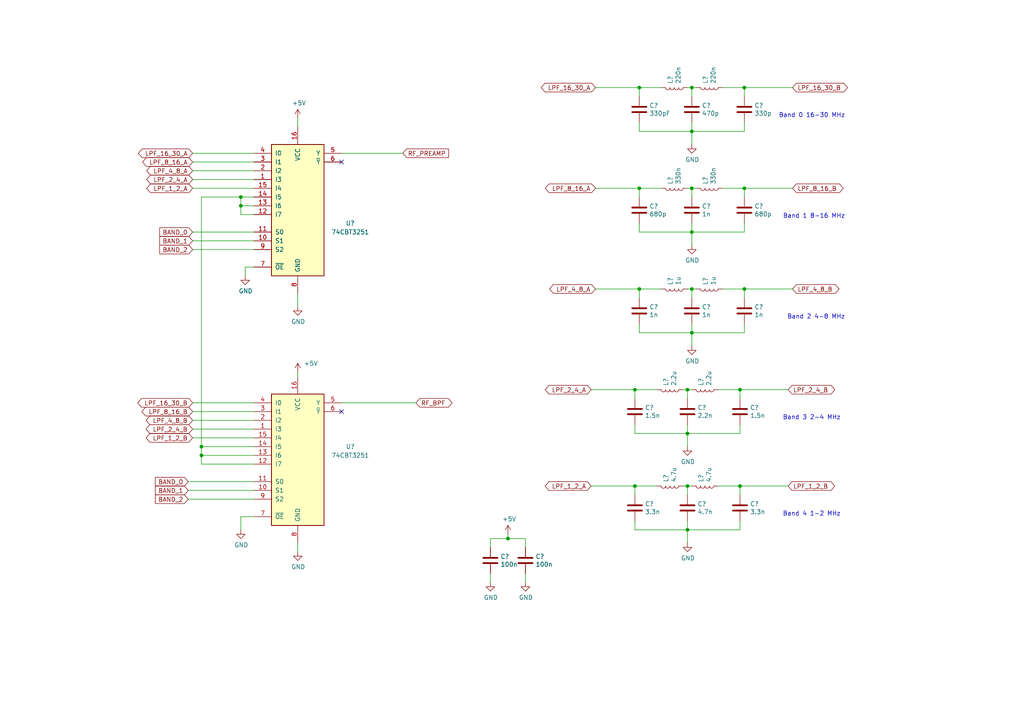
<source format=kicad_sch>
(kicad_sch (version 20230121) (generator eeschema)
  (paper "A4")
  (lib_symbols
    (symbol "74xx:74LS251" (pin_names (offset 1.016))
      (property "Reference" "U" (at -7.62 19.05 0))
      (property "Value" "74LS251" (at -7.62 -21.59 0))
      (symbol "74LS251_1_0"
        (pin input line (at -12.7 7.62 0) (length 5.08) (name "I3") (number "1"))
        (pin input line (at -12.7 -10.16 0) (length 5.08) (name "S1") (number "10"))
        (pin input line (at -12.7 -7.62 0) (length 5.08) (name "S0") (number "11"))
        (pin input line (at -12.7 -2.54 0) (length 5.08) (name "I7") (number "12"))
        (pin input line (at -12.7 0 0) (length 5.08) (name "I6") (number "13"))
        (pin input line (at -12.7 2.54 0) (length 5.08) (name "I5") (number "14"))
        (pin input line (at -12.7 5.08 0) (length 5.08) (name "I4") (number "15"))
        (pin power_in line (at 0 22.86 270) (length 5.08) (name "VCC") (number "16"))
        (pin input line (at -12.7 10.16 0) (length 5.08) (name "I2") (number "2"))
        (pin input line (at -12.7 12.7 0) (length 5.08) (name "I1") (number "3"))
        (pin input line (at -12.7 15.24 0) (length 5.08) (name "I0") (number "4"))
        (pin tri_state line (at 12.7 15.24 180) (length 5.08) (name "Y") (number "5"))
        (pin tri_state line (at 12.7 12.7 180) (length 5.08) (name "~{Y}") (number "6"))
        (pin input line (at -12.7 -17.78 0) (length 5.08) (name "~{OE}") (number "7"))
        (pin power_in line (at 0 -25.4 90) (length 5.08) (name "GND") (number "8"))
        (pin input line (at -12.7 -12.7 0) (length 5.08) (name "S2") (number "9"))
      )
      (symbol "74LS251_1_1"
        (rectangle (start -7.62 17.78) (end 7.62 -20.32) (stroke (width 0.254)) (fill (type background)))
      )
    )
    (symbol "Device:C" (pin_numbers hide) (pin_names (offset 0.254))
      (property "Reference" "C" (at 0.635 2.54 0))
      (property "Value" "C" (at 0.635 -2.54 0))
      (symbol "C_0_1"
        (polyline (pts (xy -2.032 -0.762) (xy 2.032 -0.762)) (stroke (width 0.508)))
        (polyline (pts (xy -2.032 0.762) (xy 2.032 0.762)) (stroke (width 0.508)))
      )
      (symbol "C_1_1"
        (pin passive line (at 0 3.81 270) (length 2.794) (name "~") (number "1"))
        (pin passive line (at 0 -3.81 90) (length 2.794) (name "~") (number "2"))
      )
    )
    (symbol "Device:L" (pin_numbers hide) (pin_names (offset 1.016) hide)
      (property "Reference" "L" (at -1.27 0 90))
      (property "Value" "L" (at 1.905 0 90))
      (symbol "L_0_1"
        (arc (start 0 -2.54) (mid 0.6323 -1.905) (end 0 -1.27))
        (arc (start 0 -1.27) (mid 0.6323 -0.635) (end 0 0))
        (arc (start 0 0) (mid 0.6323 0.635) (end 0 1.27))
        (arc (start 0 1.27) (mid 0.6323 1.905) (end 0 2.54))
      )
      (symbol "L_1_1"
        (pin passive line (at 0 3.81 270) (length 1.27) (name "1") (number "1"))
        (pin passive line (at 0 -3.81 90) (length 1.27) (name "2") (number "2"))
      )
    )
    (symbol "power:+5V" (power) (pin_names (offset 0))
      (property "Value" "+5V" (at 0 3.556 0))
      (symbol "+5V_0_1"
        (polyline (pts (xy -0.762 1.27) (xy 0 2.54)))
        (polyline (pts (xy 0 0) (xy 0 2.54)))
        (polyline (pts (xy 0 2.54) (xy 0.762 1.27)))
      )
      (symbol "+5V_1_1"
        (pin power_in line (at 0 0 90) (length 0) hide (name "+5V") (number "1"))
      )
    )
    (symbol "power:GND" (power) (pin_names (offset 0))
      (property "Value" "GND" (at 0 -3.81 0))
      (symbol "GND_0_1"
        (polyline (pts (xy 0 0) (xy 0 -1.27) (xy 1.27 -1.27) (xy 0 -2.54) (xy -1.27 -1.27) (xy 0 -1.27)))
      )
      (symbol "GND_1_1"
        (pin power_in line (at 0 0 270) (length 0) hide (name "GND") (number "1"))
      )
    )
  )
  (junction (at 185.42 54.61))
  (junction (at 200.66 25.4))
  (junction (at 184.15 140.97))
  (junction (at 200.66 38.1))
  (junction (at 200.66 96.52))
  (junction (at 184.15 113.03))
  (junction (at 185.42 83.82))
  (junction (at 199.39 113.03))
  (junction (at 199.39 153.67))
  (junction (at 200.66 67.31))
  (junction (at 200.66 83.82))
  (junction (at 58.42 132.08))
  (junction (at 58.42 129.54))
  (junction (at 215.9 25.4))
  (junction (at 147.32 156.21))
  (junction (at 69.85 59.69))
  (junction (at 185.42 25.4))
  (junction (at 200.66 54.61))
  (junction (at 214.63 113.03))
  (junction (at 199.39 125.73))
  (junction (at 215.9 83.82))
  (junction (at 69.85 57.15))
  (junction (at 214.63 140.97))
  (junction (at 215.9 54.61))
  (junction (at 199.39 140.97))
  (no_connect (at 99.06 119.38))
  (no_connect (at 99.06 46.99))
  (wire (pts (xy 200.66 25.4) (xy 200.66 27.94)))
  (wire (pts (xy 71.12 80.01) (xy 71.12 77.47)))
  (wire (pts (xy 152.4 166.37) (xy 152.4 168.91)))
  (wire (pts (xy 86.36 85.09) (xy 86.36 88.9)))
  (wire (pts (xy 200.66 83.82) (xy 200.66 86.36)))
  (wire (pts (xy 184.15 151.13) (xy 184.15 153.67)))
  (wire (pts (xy 58.42 129.54) (xy 73.66 129.54)))
  (wire (pts (xy 215.9 35.56) (xy 215.9 38.1)))
  (wire (pts (xy 55.88 54.61) (xy 73.66 54.61)))
  (wire (pts (xy 209.55 54.61) (xy 215.9 54.61)))
  (wire (pts (xy 172.72 54.61) (xy 185.42 54.61)))
  (wire (pts (xy 69.85 149.86) (xy 73.66 149.86)))
  (wire (pts (xy 215.9 54.61) (xy 229.87 54.61)))
  (wire (pts (xy 200.66 64.77) (xy 200.66 67.31)))
  (wire (pts (xy 214.63 123.19) (xy 214.63 125.73)))
  (wire (pts (xy 54.61 144.78) (xy 73.66 144.78)))
  (wire (pts (xy 185.42 38.1) (xy 200.66 38.1)))
  (wire (pts (xy 214.63 113.03) (xy 228.6 113.03)))
  (wire (pts (xy 215.9 54.61) (xy 215.9 57.15)))
  (wire (pts (xy 185.42 67.31) (xy 200.66 67.31)))
  (wire (pts (xy 55.88 46.99) (xy 73.66 46.99)))
  (wire (pts (xy 86.36 157.48) (xy 86.36 160.02)))
  (wire (pts (xy 215.9 25.4) (xy 229.87 25.4)))
  (wire (pts (xy 58.42 134.62) (xy 73.66 134.62)))
  (wire (pts (xy 185.42 64.77) (xy 185.42 67.31)))
  (wire (pts (xy 55.88 121.92) (xy 73.66 121.92)))
  (wire (pts (xy 171.45 140.97) (xy 184.15 140.97)))
  (wire (pts (xy 185.42 54.61) (xy 191.77 54.61)))
  (wire (pts (xy 55.88 127) (xy 73.66 127)))
  (wire (pts (xy 73.66 59.69) (xy 69.85 59.69)))
  (wire (pts (xy 55.88 69.85) (xy 73.66 69.85)))
  (wire (pts (xy 69.85 153.67) (xy 69.85 149.86)))
  (wire (pts (xy 200.66 67.31) (xy 200.66 71.12)))
  (wire (pts (xy 185.42 83.82) (xy 191.77 83.82)))
  (wire (pts (xy 184.15 125.73) (xy 199.39 125.73)))
  (wire (pts (xy 214.63 140.97) (xy 228.6 140.97)))
  (wire (pts (xy 58.42 132.08) (xy 73.66 132.08)))
  (wire (pts (xy 200.66 54.61) (xy 200.66 57.15)))
  (wire (pts (xy 185.42 54.61) (xy 185.42 57.15)))
  (wire (pts (xy 184.15 140.97) (xy 190.5 140.97)))
  (wire (pts (xy 71.12 77.47) (xy 73.66 77.47)))
  (wire (pts (xy 152.4 158.75) (xy 152.4 156.21)))
  (wire (pts (xy 147.32 154.94) (xy 147.32 156.21)))
  (wire (pts (xy 198.12 113.03) (xy 199.39 113.03)))
  (wire (pts (xy 73.66 116.84) (xy 55.88 116.84)))
  (wire (pts (xy 199.39 83.82) (xy 200.66 83.82)))
  (wire (pts (xy 185.42 25.4) (xy 185.42 27.94)))
  (wire (pts (xy 142.24 156.21) (xy 142.24 158.75)))
  (wire (pts (xy 172.72 25.4) (xy 185.42 25.4)))
  (wire (pts (xy 214.63 151.13) (xy 214.63 153.67)))
  (wire (pts (xy 208.28 140.97) (xy 214.63 140.97)))
  (wire (pts (xy 200.66 54.61) (xy 201.93 54.61)))
  (wire (pts (xy 185.42 25.4) (xy 191.77 25.4)))
  (wire (pts (xy 58.42 132.08) (xy 58.42 129.54)))
  (wire (pts (xy 215.9 93.98) (xy 215.9 96.52)))
  (wire (pts (xy 147.32 156.21) (xy 142.24 156.21)))
  (wire (pts (xy 55.88 119.38) (xy 73.66 119.38)))
  (wire (pts (xy 200.66 93.98) (xy 200.66 96.52)))
  (wire (pts (xy 185.42 93.98) (xy 185.42 96.52)))
  (wire (pts (xy 199.39 125.73) (xy 199.39 129.54)))
  (wire (pts (xy 214.63 140.97) (xy 214.63 143.51)))
  (wire (pts (xy 185.42 83.82) (xy 185.42 86.36)))
  (wire (pts (xy 214.63 113.03) (xy 214.63 115.57)))
  (wire (pts (xy 199.39 140.97) (xy 199.39 143.51)))
  (wire (pts (xy 86.36 34.29) (xy 86.36 36.83)))
  (wire (pts (xy 69.85 57.15) (xy 69.85 59.69)))
  (wire (pts (xy 200.66 67.31) (xy 215.9 67.31)))
  (wire (pts (xy 86.36 107.95) (xy 86.36 109.22)))
  (wire (pts (xy 55.88 44.45) (xy 73.66 44.45)))
  (wire (pts (xy 69.85 59.69) (xy 69.85 62.23)))
  (wire (pts (xy 199.39 153.67) (xy 199.39 157.48)))
  (wire (pts (xy 199.39 151.13) (xy 199.39 153.67)))
  (wire (pts (xy 199.39 153.67) (xy 214.63 153.67)))
  (wire (pts (xy 184.15 123.19) (xy 184.15 125.73)))
  (wire (pts (xy 184.15 113.03) (xy 190.5 113.03)))
  (wire (pts (xy 200.66 96.52) (xy 200.66 100.33)))
  (wire (pts (xy 199.39 113.03) (xy 200.66 113.03)))
  (wire (pts (xy 99.06 116.84) (xy 120.65 116.84)))
  (wire (pts (xy 215.9 25.4) (xy 215.9 27.94)))
  (wire (pts (xy 199.39 125.73) (xy 214.63 125.73)))
  (wire (pts (xy 55.88 49.53) (xy 73.66 49.53)))
  (wire (pts (xy 215.9 83.82) (xy 229.87 83.82)))
  (wire (pts (xy 185.42 35.56) (xy 185.42 38.1)))
  (wire (pts (xy 200.66 96.52) (xy 215.9 96.52)))
  (wire (pts (xy 215.9 83.82) (xy 215.9 86.36)))
  (wire (pts (xy 142.24 166.37) (xy 142.24 168.91)))
  (wire (pts (xy 209.55 83.82) (xy 215.9 83.82)))
  (wire (pts (xy 172.72 83.82) (xy 185.42 83.82)))
  (wire (pts (xy 200.66 38.1) (xy 200.66 41.91)))
  (wire (pts (xy 199.39 54.61) (xy 200.66 54.61)))
  (wire (pts (xy 198.12 140.97) (xy 199.39 140.97)))
  (wire (pts (xy 73.66 62.23) (xy 69.85 62.23)))
  (wire (pts (xy 199.39 113.03) (xy 199.39 115.57)))
  (wire (pts (xy 55.88 52.07) (xy 73.66 52.07)))
  (wire (pts (xy 54.61 139.7) (xy 73.66 139.7)))
  (wire (pts (xy 55.88 124.46) (xy 73.66 124.46)))
  (wire (pts (xy 73.66 57.15) (xy 69.85 57.15)))
  (wire (pts (xy 200.66 38.1) (xy 215.9 38.1)))
  (wire (pts (xy 99.06 44.45) (xy 116.84 44.45)))
  (wire (pts (xy 215.9 64.77) (xy 215.9 67.31)))
  (wire (pts (xy 209.55 25.4) (xy 215.9 25.4)))
  (wire (pts (xy 200.66 25.4) (xy 201.93 25.4)))
  (wire (pts (xy 199.39 123.19) (xy 199.39 125.73)))
  (wire (pts (xy 58.42 134.62) (xy 58.42 132.08)))
  (wire (pts (xy 184.15 113.03) (xy 184.15 115.57)))
  (wire (pts (xy 58.42 57.15) (xy 69.85 57.15)))
  (wire (pts (xy 152.4 156.21) (xy 147.32 156.21)))
  (wire (pts (xy 184.15 153.67) (xy 199.39 153.67)))
  (wire (pts (xy 58.42 57.15) (xy 58.42 129.54)))
  (wire (pts (xy 200.66 35.56) (xy 200.66 38.1)))
  (wire (pts (xy 200.66 83.82) (xy 201.93 83.82)))
  (wire (pts (xy 199.39 25.4) (xy 200.66 25.4)))
  (wire (pts (xy 55.88 67.31) (xy 73.66 67.31)))
  (wire (pts (xy 54.61 142.24) (xy 73.66 142.24)))
  (wire (pts (xy 208.28 113.03) (xy 214.63 113.03)))
  (wire (pts (xy 171.45 113.03) (xy 184.15 113.03)))
  (wire (pts (xy 199.39 140.97) (xy 200.66 140.97)))
  (wire (pts (xy 185.42 96.52) (xy 200.66 96.52)))
  (wire (pts (xy 184.15 140.97) (xy 184.15 143.51)))
  (wire (pts (xy 55.88 72.39) (xy 73.66 72.39)))
  (text "Band 2 4-8 MHz" (at 245.11 92.71 0) (effects (font (size 1.27 1.27)) (justify right bottom)))
  (text "Band 4 1-2 MHz" (at 243.84 149.86 0) (effects (font (size 1.27 1.27)) (justify right bottom)))
  (text "Band 1 8-16 MHz" (at 245.11 63.5 0) (effects (font (size 1.27 1.27)) (justify right bottom)))
  (text "Band 3 2-4 MHz" (at 243.84 121.92 0) (effects (font (size 1.27 1.27)) (justify right bottom)))
  (text "Band 0 16-30 MHz" (at 245.11 34.29 0) (effects (font (size 1.27 1.27)) (justify right bottom)))
  (global_label "BAND_0" (shape input) (at 54.61 139.7 180) (property "Intersheetrefs" "${INTERSHEET_REFS}" (effects hide)))
  (global_label "LPF_16_30_B" (shape bidirectional) (at 229.87 25.4 0) (property "Intersheetrefs" "${INTERSHEET_REFS}" (effects hide)))
  (global_label "BAND_1" (shape input) (at 54.61 142.24 180) (property "Intersheetrefs" "${INTERSHEET_REFS}" (effects hide)))
  (global_label "LPF_4_8_B" (shape bidirectional) (at 229.87 83.82 0) (property "Intersheetrefs" "${INTERSHEET_REFS}" (effects hide)))
  (global_label "LPF_1_2_A" (shape bidirectional) (at 171.45 140.97 180) (property "Intersheetrefs" "${INTERSHEET_REFS}" (effects hide)))
  (global_label "RF_PREAMP" (shape input) (at 116.84 44.45 0) (property "Intersheetrefs" "${INTERSHEET_REFS}" (effects hide)))
  (global_label "BAND_1" (shape input) (at 55.88 69.85 180) (property "Intersheetrefs" "${INTERSHEET_REFS}" (effects hide)))
  (global_label "LPF_8_16_A" (shape bidirectional) (at 172.72 54.61 180) (property "Intersheetrefs" "${INTERSHEET_REFS}" (effects hide)))
  (global_label "LPF_2_4_B" (shape bidirectional) (at 55.88 124.46 180) (property "Intersheetrefs" "${INTERSHEET_REFS}" (effects hide)))
  (global_label "BAND_0" (shape input) (at 55.88 67.31 180) (property "Intersheetrefs" "${INTERSHEET_REFS}" (effects hide)))
  (global_label "LPF_8_16_A" (shape bidirectional) (at 55.88 46.99 180) (property "Intersheetrefs" "${INTERSHEET_REFS}" (effects hide)))
  (global_label "LPF_16_30_A" (shape bidirectional) (at 172.72 25.4 180) (property "Intersheetrefs" "${INTERSHEET_REFS}" (effects hide)))
  (global_label "LPF_2_4_B" (shape bidirectional) (at 228.6 113.03 0) (property "Intersheetrefs" "${INTERSHEET_REFS}" (effects hide)))
  (global_label "BAND_2" (shape input) (at 54.61 144.78 180) (property "Intersheetrefs" "${INTERSHEET_REFS}" (effects hide)))
  (global_label "LPF_8_16_B" (shape bidirectional) (at 55.88 119.38 180) (property "Intersheetrefs" "${INTERSHEET_REFS}" (effects hide)))
  (global_label "LPF_4_8_A" (shape bidirectional) (at 55.88 49.53 180) (property "Intersheetrefs" "${INTERSHEET_REFS}" (effects hide)))
  (global_label "LPF_4_8_B" (shape bidirectional) (at 55.88 121.92 180) (property "Intersheetrefs" "${INTERSHEET_REFS}" (effects hide)))
  (global_label "LPF_16_30_B" (shape bidirectional) (at 55.88 116.84 180) (property "Intersheetrefs" "${INTERSHEET_REFS}" (effects hide)))
  (global_label "RF_BPF" (shape bidirectional) (at 120.65 116.84 0) (property "Intersheetrefs" "${INTERSHEET_REFS}" (effects hide)))
  (global_label "LPF_4_8_A" (shape bidirectional) (at 172.72 83.82 180) (property "Intersheetrefs" "${INTERSHEET_REFS}" (effects hide)))
  (global_label "LPF_1_2_B" (shape bidirectional) (at 228.6 140.97 0) (property "Intersheetrefs" "${INTERSHEET_REFS}" (effects hide)))
  (global_label "LPF_16_30_A" (shape bidirectional) (at 55.88 44.45 180) (property "Intersheetrefs" "${INTERSHEET_REFS}" (effects hide)))
  (global_label "BAND_2" (shape input) (at 55.88 72.39 180) (property "Intersheetrefs" "${INTERSHEET_REFS}" (effects hide)))
  (global_label "LPF_1_2_A" (shape bidirectional) (at 55.88 54.61 180) (property "Intersheetrefs" "${INTERSHEET_REFS}" (effects hide)))
  (global_label "LPF_2_4_A" (shape bidirectional) (at 55.88 52.07 180) (property "Intersheetrefs" "${INTERSHEET_REFS}" (effects hide)))
  (global_label "LPF_1_2_B" (shape bidirectional) (at 55.88 127 180) (property "Intersheetrefs" "${INTERSHEET_REFS}" (effects hide)))
  (global_label "LPF_8_16_B" (shape bidirectional) (at 229.87 54.61 0) (property "Intersheetrefs" "${INTERSHEET_REFS}" (effects hide)))
  (global_label "LPF_2_4_A" (shape bidirectional) (at 171.45 113.03 180) (property "Intersheetrefs" "${INTERSHEET_REFS}" (effects hide)))
  (symbol (lib_id "power:GND") (at 152.4 168.91 0) (unit 1)
    (property "Reference" "#PWR?" (effects hide))
    (property "Value" "GND" (at 152.527 173.3042 0))
    (instances (project "RADIO" (path "" (reference "#PWR?") (unit 1))) (project "pico_rx" (path "" (reference "#PWR011") (unit 1))))
  )
  (symbol (lib_id "Device:L") (at 194.31 140.97 270) (unit 1)
    (property "Reference" "L?" (at 193.167 139.8778 0) (effects (justify right)))
    (property "Value" "4.7u" (at 195.453 139.8778 0) (effects (justify right)))
    (property "Footprint" "Inductor_SMD:L_0805_2012Metric_Pad1.05x1.20mm_HandSolder" (effects hide))
    (instances (project "RADIO" (path "" (reference "L?") (unit 1))) (project "pico_rx" (path "" (reference "L8") (unit 1))))
  )
  (symbol (lib_id "power:+5V") (at 86.36 34.29 0) (unit 1)
    (property "Reference" "#PWR?" (effects hide))
    (property "Value" "+5V" (at 86.741 29.8958 0))
    (instances (project "RADIO" (path "" (reference "#PWR?") (unit 1))) (project "pico_rx" (path "" (reference "#PWR03") (unit 1))))
  )
  (symbol (lib_id "Device:C") (at 184.15 147.32 180) (unit 1)
    (property "Reference" "C?" (at 187.071 146.177 0) (effects (justify right)))
    (property "Value" "3.3n" (at 187.071 148.463 0) (effects (justify right)))
    (property "Footprint" "Capacitor_SMD:C_0805_2012Metric" (effects hide))
    (instances (project "RADIO" (path "" (reference "C?") (unit 1))) (project "pico_rx" (path "" (reference "C36") (unit 1))))
  )
  (symbol (lib_id "Device:L") (at 205.74 54.61 270) (unit 1)
    (property "Reference" "L?" (at 204.597 53.5178 0) (effects (justify right)))
    (property "Value" "330n" (at 206.883 53.5178 0) (effects (justify right)))
    (property "Footprint" "Inductor_SMD:L_0805_2012Metric_Pad1.05x1.20mm_HandSolder" (effects hide))
    (instances (project "RADIO" (path "" (reference "L?") (unit 1))) (project "pico_rx" (path "" (reference "L2") (unit 1))))
  )
  (symbol (lib_id "power:GND") (at 199.39 157.48 0) (unit 1)
    (property "Reference" "#PWR?" (effects hide))
    (property "Value" "GND" (at 199.517 161.8742 0))
    (instances (project "RADIO" (path "" (reference "#PWR?") (unit 1))) (project "pico_rx" (path "" (reference "#PWR032") (unit 1))))
  )
  (symbol (lib_id "power:GND") (at 200.66 71.12 0) (unit 1)
    (property "Reference" "#PWR?" (effects hide))
    (property "Value" "GND" (at 200.787 75.5142 0))
    (instances (project "RADIO" (path "" (reference "#PWR?") (unit 1))) (project "pico_rx" (path "" (reference "#PWR013") (unit 1))))
  )
  (symbol (lib_id "Device:C") (at 214.63 147.32 180) (unit 1)
    (property "Reference" "C?" (at 217.551 146.177 0) (effects (justify right)))
    (property "Value" "3.3n" (at 217.551 148.463 0) (effects (justify right)))
    (property "Footprint" "Capacitor_SMD:C_0805_2012Metric" (effects hide))
    (instances (project "RADIO" (path "" (reference "C?") (unit 1))) (project "pico_rx" (path "" (reference "C38") (unit 1))))
  )
  (symbol (lib_id "Device:C") (at 215.9 31.75 180) (unit 1)
    (property "Reference" "C?" (at 218.821 30.607 0) (effects (justify right)))
    (property "Value" "330p" (at 218.821 32.893 0) (effects (justify right)))
    (property "Footprint" "Capacitor_SMD:C_0805_2012Metric" (effects hide))
    (instances (project "RADIO" (path "" (reference "C?") (unit 1))) (project "pico_rx" (path "" (reference "C16") (unit 1))))
  )
  (symbol (lib_id "Device:C") (at 200.66 90.17 180) (unit 1)
    (property "Reference" "C?" (at 203.581 89.027 0) (effects (justify right)))
    (property "Value" "1n" (at 203.581 91.313 0) (effects (justify right)))
    (property "Footprint" "Capacitor_SMD:C_0805_2012Metric" (effects hide))
    (instances (project "RADIO" (path "" (reference "C?") (unit 1))) (project "pico_rx" (path "" (reference "C14") (unit 1))))
  )
  (symbol (lib_id "Device:L") (at 204.47 140.97 270) (unit 1)
    (property "Reference" "L?" (at 203.327 139.8778 0) (effects (justify right)))
    (property "Value" "4.7u" (at 205.613 139.8778 0) (effects (justify right)))
    (property "Footprint" "Inductor_SMD:L_0805_2012Metric_Pad1.05x1.20mm_HandSolder" (effects hide))
    (instances (project "RADIO" (path "" (reference "L?") (unit 1))) (project "pico_rx" (path "" (reference "L9") (unit 1))))
  )
  (symbol (lib_id "Device:L") (at 194.31 113.03 270) (unit 1)
    (property "Reference" "L?" (at 193.167 111.9378 0) (effects (justify right)))
    (property "Value" "2.2u" (at 195.453 111.9378 0) (effects (justify right)))
    (property "Footprint" "Inductor_SMD:L_0805_2012Metric_Pad1.05x1.20mm_HandSolder" (effects hide))
    (instances (project "RADIO" (path "" (reference "L?") (unit 1))) (project "pico_rx" (path "" (reference "L6") (unit 1))))
  )
  (symbol (lib_id "Device:L") (at 195.58 83.82 270) (unit 1)
    (property "Reference" "L?" (at 194.437 82.7278 0) (effects (justify right)))
    (property "Value" "1u" (at 196.723 82.7278 0) (effects (justify right)))
    (property "Footprint" "Inductor_SMD:L_0805_2012Metric_Pad1.05x1.20mm_HandSolder" (effects hide))
    (instances (project "RADIO" (path "" (reference "L?") (unit 1))) (project "pico_rx" (path "" (reference "L3") (unit 1))))
  )
  (symbol (lib_id "power:GND") (at 142.24 168.91 0) (unit 1)
    (property "Reference" "#PWR?" (effects hide))
    (property "Value" "GND" (at 142.367 173.3042 0))
    (instances (project "RADIO" (path "" (reference "#PWR?") (unit 1))) (project "pico_rx" (path "" (reference "#PWR09") (unit 1))))
  )
  (symbol (lib_id "power:GND") (at 69.85 153.67 0) (unit 1)
    (property "Reference" "#PWR?" (effects hide))
    (property "Value" "GND" (at 69.977 158.0642 0))
    (instances (project "RADIO" (path "" (reference "#PWR?") (unit 1))) (project "pico_rx" (path "" (reference "#PWR01") (unit 1))))
  )
  (symbol (lib_id "Device:C") (at 214.63 119.38 180) (unit 1)
    (property "Reference" "C?" (at 217.551 118.237 0) (effects (justify right)))
    (property "Value" "1.5n" (at 217.551 120.523 0) (effects (justify right)))
    (property "Footprint" "Capacitor_SMD:C_0805_2012Metric" (effects hide))
    (instances (project "RADIO" (path "" (reference "C?") (unit 1))) (project "pico_rx" (path "" (reference "C22") (unit 1))))
  )
  (symbol (lib_id "Device:L") (at 195.58 25.4 270) (unit 1)
    (property "Reference" "L?" (at 194.437 24.3078 0) (effects (justify right)))
    (property "Value" "220n" (at 196.723 24.3078 0) (effects (justify right)))
    (property "Footprint" "Inductor_SMD:L_0805_2012Metric_Pad1.05x1.20mm_HandSolder" (effects hide))
    (instances (project "RADIO" (path "" (reference "L?") (unit 1))) (project "pico_rx" (path "" (reference "L13") (unit 1))))
  )
  (symbol (lib_id "power:+5V") (at 86.36 107.95 0) (unit 1)
    (property "Reference" "#PWR?" (effects hide))
    (property "Value" "+5V" (at 90.17 105.41 0))
    (instances (project "RADIO" (path "" (reference "#PWR?") (unit 1))) (project "pico_rx" (path "" (reference "#PWR05") (unit 1))))
  )
  (symbol (lib_id "Device:L") (at 204.47 113.03 270) (unit 1)
    (property "Reference" "L?" (at 203.327 111.9378 0) (effects (justify right)))
    (property "Value" "2.2u" (at 205.613 111.9378 0) (effects (justify right)))
    (property "Footprint" "Inductor_SMD:L_0805_2012Metric_Pad1.05x1.20mm_HandSolder" (effects hide))
    (instances (project "RADIO" (path "" (reference "L?") (unit 1))) (project "pico_rx" (path "" (reference "L7") (unit 1))))
  )
  (symbol (lib_id "power:GND") (at 86.36 88.9 0) (unit 1)
    (property "Reference" "#PWR?" (effects hide))
    (property "Value" "GND" (at 86.487 93.2942 0))
    (instances (project "RADIO" (path "" (reference "#PWR?") (unit 1))) (project "pico_rx" (path "" (reference "#PWR04") (unit 1))))
  )
  (symbol (lib_id "Device:C") (at 200.66 60.96 180) (unit 1)
    (property "Reference" "C?" (at 203.581 59.817 0) (effects (justify right)))
    (property "Value" "1n" (at 203.581 62.103 0) (effects (justify right)))
    (property "Footprint" "Capacitor_SMD:C_0805_2012Metric" (effects hide))
    (instances (project "RADIO" (path "" (reference "C?") (unit 1))) (project "pico_rx" (path "" (reference "C7") (unit 1))))
  )
  (symbol (lib_id "Device:C") (at 215.9 90.17 180) (unit 1)
    (property "Reference" "C?" (at 218.821 89.027 0) (effects (justify right)))
    (property "Value" "1n" (at 218.821 91.313 0) (effects (justify right)))
    (property "Footprint" "Capacitor_SMD:C_0805_2012Metric" (effects hide))
    (instances (project "RADIO" (path "" (reference "C?") (unit 1))) (project "pico_rx" (path "" (reference "C15") (unit 1))))
  )
  (symbol (lib_id "Device:C") (at 199.39 147.32 180) (unit 1)
    (property "Reference" "C?" (at 202.311 146.177 0) (effects (justify right)))
    (property "Value" "4.7n" (at 202.311 148.463 0) (effects (justify right)))
    (property "Footprint" "Capacitor_SMD:C_0805_2012Metric" (effects hide))
    (instances (project "RADIO" (path "" (reference "C?") (unit 1))) (project "pico_rx" (path "" (reference "C37") (unit 1))))
  )
  (symbol (lib_id "Device:C") (at 152.4 162.56 0) (unit 1)
    (property "Reference" "C?" (at 155.321 161.417 0) (effects (justify left)))
    (property "Value" "100n" (at 155.321 163.703 0) (effects (justify left)))
    (property "Footprint" "Capacitor_SMD:C_0805_2012Metric" (effects hide))
    (instances (project "RADIO" (path "" (reference "C?") (unit 1))) (project "pico_rx" (path "" (reference "C3") (unit 1))))
  )
  (symbol (lib_id "Device:C") (at 199.39 119.38 180) (unit 1)
    (property "Reference" "C?" (at 202.311 118.237 0) (effects (justify right)))
    (property "Value" "2.2n" (at 202.311 120.523 0) (effects (justify right)))
    (property "Footprint" "Capacitor_SMD:C_0805_2012Metric" (effects hide))
    (instances (project "RADIO" (path "" (reference "C?") (unit 1))) (project "pico_rx" (path "" (reference "C21") (unit 1))))
  )
  (symbol (lib_id "power:GND") (at 199.39 129.54 0) (unit 1)
    (property "Reference" "#PWR?" (effects hide))
    (property "Value" "GND" (at 199.517 133.9342 0))
    (instances (project "RADIO" (path "" (reference "#PWR?") (unit 1))) (project "pico_rx" (path "" (reference "#PWR015") (unit 1))))
  )
  (symbol (lib_id "Device:L") (at 195.58 54.61 270) (unit 1)
    (property "Reference" "L?" (at 194.437 53.5178 0) (effects (justify right)))
    (property "Value" "330n" (at 196.723 53.5178 0) (effects (justify right)))
    (property "Footprint" "Inductor_SMD:L_0805_2012Metric_Pad1.05x1.20mm_HandSolder" (effects hide))
    (instances (project "RADIO" (path "" (reference "L?") (unit 1))) (project "pico_rx" (path "" (reference "L1") (unit 1))))
  )
  (symbol (lib_id "Device:C") (at 185.42 90.17 180) (unit 1)
    (property "Reference" "C?" (at 188.341 89.027 0) (effects (justify right)))
    (property "Value" "1n" (at 188.341 91.313 0) (effects (justify right)))
    (property "Footprint" "Capacitor_SMD:C_0805_2012Metric" (effects hide))
    (instances (project "RADIO" (path "" (reference "C?") (unit 1))) (project "pico_rx" (path "" (reference "C13") (unit 1))))
  )
  (symbol (lib_id "power:GND") (at 200.66 41.91 0) (unit 1)
    (property "Reference" "#PWR?" (effects hide))
    (property "Value" "GND" (at 200.787 46.3042 0))
    (instances (project "RADIO" (path "" (reference "#PWR?") (unit 1))) (project "pico_rx" (path "" (reference "#PWR012") (unit 1))))
  )
  (symbol (lib_id "Device:L") (at 205.74 83.82 270) (unit 1)
    (property "Reference" "L?" (at 204.597 82.7278 0) (effects (justify right)))
    (property "Value" "1u" (at 206.883 82.7278 0) (effects (justify right)))
    (property "Footprint" "Inductor_SMD:L_0805_2012Metric_Pad1.05x1.20mm_HandSolder" (effects hide))
    (instances (project "RADIO" (path "" (reference "L?") (unit 1))) (project "pico_rx" (path "" (reference "L4") (unit 1))))
  )
  (symbol (lib_id "Device:C") (at 184.15 119.38 180) (unit 1)
    (property "Reference" "C?" (at 187.071 118.237 0) (effects (justify right)))
    (property "Value" "1.5n" (at 187.071 120.523 0) (effects (justify right)))
    (property "Footprint" "Capacitor_SMD:C_0805_2012Metric" (effects hide))
    (instances (project "RADIO" (path "" (reference "C?") (unit 1))) (project "pico_rx" (path "" (reference "C19") (unit 1))))
  )
  (symbol (lib_id "Device:C") (at 185.42 31.75 180) (unit 1)
    (property "Reference" "C?" (at 188.341 30.607 0) (effects (justify right)))
    (property "Value" "330pF" (at 188.341 32.893 0) (effects (justify right)))
    (property "Footprint" "Capacitor_SMD:C_0805_2012Metric" (effects hide))
    (instances (project "RADIO" (path "" (reference "C?") (unit 1))) (project "pico_rx" (path "" (reference "C8") (unit 1))))
  )
  (symbol (lib_id "power:GND") (at 71.12 80.01 0) (unit 1)
    (property "Reference" "#PWR?" (effects hide))
    (property "Value" "GND" (at 71.247 84.4042 0))
    (instances (project "RADIO" (path "" (reference "#PWR?") (unit 1))) (project "pico_rx" (path "" (reference "#PWR02") (unit 1))))
  )
  (symbol (lib_id "Device:C") (at 185.42 60.96 180) (unit 1)
    (property "Reference" "C?" (at 188.341 59.817 0) (effects (justify right)))
    (property "Value" "680p" (at 188.341 62.103 0) (effects (justify right)))
    (property "Footprint" "Capacitor_SMD:C_0805_2012Metric" (effects hide))
    (instances (project "RADIO" (path "" (reference "C?") (unit 1))) (project "pico_rx" (path "" (reference "C6") (unit 1))))
  )
  (symbol (lib_id "74xx:74LS251") (at 86.36 132.08 0) (unit 1)
    (property "Reference" "U?" (at 101.6 129.54 0))
    (property "Value" "74CBT3251" (at 101.6 132.08 0))
    (property "Footprint" "Package_SO:SOIC-16_3.9x9.9mm_P1.27mm" (effects hide))
    (property "Datasheet" "http://www.ti.com/lit/gpn/sn74LS251" (effects hide))
    (instances (project "RADIO" (path "" (reference "U?") (unit 1))) (project "pico_rx" (path "" (reference "U2") (unit 1))))
  )
  (symbol (lib_id "power:GND") (at 86.36 160.02 0) (unit 1)
    (property "Reference" "#PWR?" (effects hide))
    (property "Value" "GND" (at 86.487 164.4142 0))
    (instances (project "RADIO" (path "" (reference "#PWR?") (unit 1))) (project "pico_rx" (path "" (reference "#PWR06") (unit 1))))
  )
  (symbol (lib_id "Device:C") (at 200.66 31.75 180) (unit 1)
    (property "Reference" "C?" (at 203.581 30.607 0) (effects (justify right)))
    (property "Value" "470p" (at 203.581 32.893 0) (effects (justify right)))
    (property "Footprint" "Capacitor_SMD:C_0805_2012Metric" (effects hide))
    (instances (project "RADIO" (path "" (reference "C?") (unit 1))) (project "pico_rx" (path "" (reference "C12") (unit 1))))
  )
  (symbol (lib_id "Device:L") (at 205.74 25.4 270) (unit 1)
    (property "Reference" "L?" (at 204.597 24.3078 0) (effects (justify right)))
    (property "Value" "220n" (at 206.883 24.3078 0) (effects (justify right)))
    (property "Footprint" "Inductor_SMD:L_0805_2012Metric_Pad1.05x1.20mm_HandSolder" (effects hide))
    (instances (project "RADIO" (path "" (reference "L?") (unit 1))) (project "pico_rx" (path "" (reference "L5") (unit 1))))
  )
  (symbol (lib_id "power:GND") (at 200.66 100.33 0) (unit 1)
    (property "Reference" "#PWR?" (effects hide))
    (property "Value" "GND" (at 200.787 104.7242 0))
    (instances (project "RADIO" (path "" (reference "#PWR?") (unit 1))) (project "pico_rx" (path "" (reference "#PWR014") (unit 1))))
  )
  (symbol (lib_id "Device:C") (at 142.24 162.56 0) (unit 1)
    (property "Reference" "C?" (at 145.161 161.417 0) (effects (justify left)))
    (property "Value" "100n" (at 145.161 163.703 0) (effects (justify left)))
    (property "Footprint" "Capacitor_SMD:C_0805_2012Metric" (effects hide))
    (instances (project "RADIO" (path "" (reference "C?") (unit 1))) (project "pico_rx" (path "" (reference "C2") (unit 1))))
  )
  (symbol (lib_id "Device:C") (at 215.9 60.96 180) (unit 1)
    (property "Reference" "C?" (at 218.821 59.817 0) (effects (justify right)))
    (property "Value" "680p" (at 218.821 62.103 0) (effects (justify right)))
    (property "Footprint" "Capacitor_SMD:C_0805_2012Metric" (effects hide))
    (instances (project "RADIO" (path "" (reference "C?") (unit 1))) (project "pico_rx" (path "" (reference "C9") (unit 1))))
  )
  (symbol (lib_id "74xx:74LS251") (at 86.36 59.69 0) (unit 1)
    (property "Reference" "U?" (at 101.6 64.77 0))
    (property "Value" "74CBT3251" (at 101.6 67.31 0))
    (property "Footprint" "Package_SO:SOIC-16_3.9x9.9mm_P1.27mm" (effects hide))
    (property "Datasheet" "http://www.ti.com/lit/gpn/sn74LS251" (effects hide))
    (instances (project "RADIO" (path "" (reference "U?") (unit 1))) (project "pico_rx" (path "" (reference "U1") (unit 1))))
  )
  (symbol (lib_id "power:+5V") (at 147.32 154.94 0) (unit 1)
    (property "Reference" "#PWR?" (effects hide))
    (property "Value" "+5V" (at 147.701 150.5458 0))
    (instances (project "RADIO" (path "" (reference "#PWR?") (unit 1))) (project "pico_rx" (path "" (reference "#PWR010") (unit 1))))
  )
)
</source>
